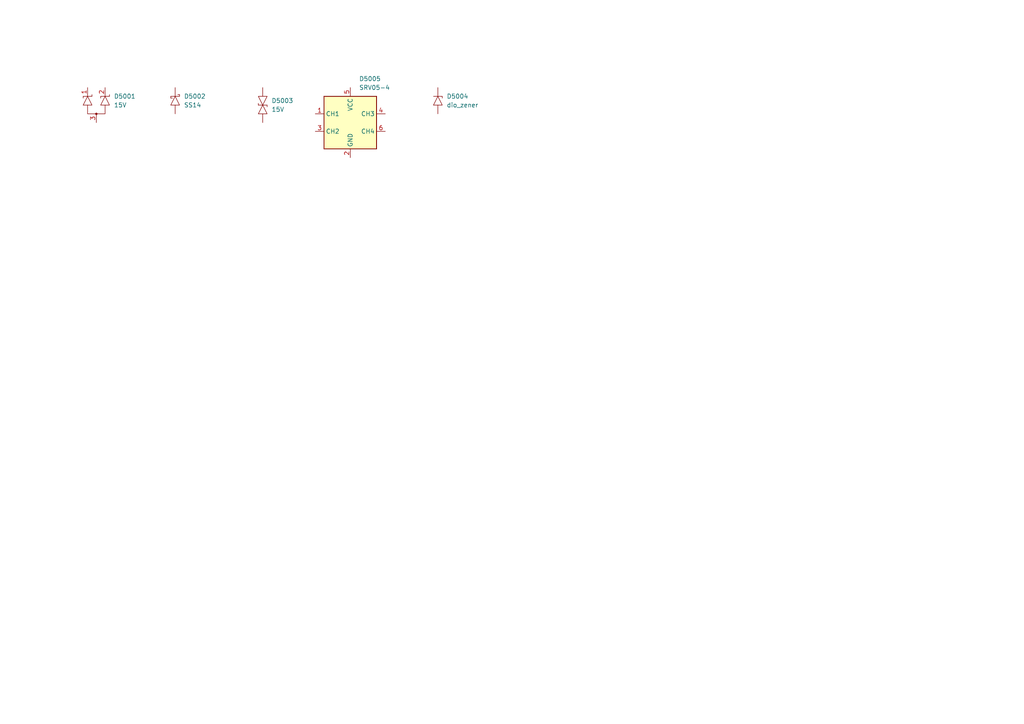
<source format=kicad_sch>
(kicad_sch
	(version 20231120)
	(generator "eeschema")
	(generator_version "8.0")
	(uuid "3806779b-ca21-405a-a154-62d06ea919f0")
	(paper "A4")
	(title_block
		(title "Lily KiCad Library test")
		(date "2024-05-03")
		(rev "1")
		(company "LilyTronics")
	)
	(lib_symbols
		(symbol "lily_symbols:dio_schottky_SS14_do214ac_sma"
			(pin_numbers hide)
			(pin_names hide)
			(exclude_from_sim no)
			(in_bom yes)
			(on_board yes)
			(property "Reference" "D"
				(at 2.54 -2.54 0)
				(effects
					(font
						(size 1.27 1.27)
					)
					(justify left)
				)
			)
			(property "Value" "SS14"
				(at 2.54 -5.08 0)
				(effects
					(font
						(size 1.27 1.27)
					)
					(justify left)
				)
			)
			(property "Footprint" "lily_footprints:dio_do214ac_sma"
				(at 0 -20.32 0)
				(effects
					(font
						(size 1.27 1.27)
					)
					(hide yes)
				)
			)
			(property "Datasheet" ""
				(at 0 -7.62 90)
				(effects
					(font
						(size 1.27 1.27)
					)
					(hide yes)
				)
			)
			(property "Description" ""
				(at 0 0 0)
				(effects
					(font
						(size 1.27 1.27)
					)
					(hide yes)
				)
			)
			(property "Revision" "1"
				(at 0 -15.24 0)
				(effects
					(font
						(size 1.27 1.27)
					)
					(hide yes)
				)
			)
			(property "Status" "Active"
				(at 0 -17.78 0)
				(effects
					(font
						(size 1.27 1.27)
					)
					(hide yes)
				)
			)
			(property "Manufacturer" "Microdiode Electronics"
				(at 0 -22.86 0)
				(effects
					(font
						(size 1.27 1.27)
					)
					(hide yes)
				)
			)
			(property "Manufacturer_ID" "SS14"
				(at 0 -25.4 0)
				(effects
					(font
						(size 1.27 1.27)
					)
					(hide yes)
				)
			)
			(property "Lily_ID" "1911-10002"
				(at 0 -27.94 0)
				(effects
					(font
						(size 1.27 1.27)
					)
					(hide yes)
				)
			)
			(property "JLCPCB_ID" "C2480"
				(at 0 -30.48 0)
				(effects
					(font
						(size 1.27 1.27)
					)
					(hide yes)
				)
			)
			(property "JLCPCB_STATUS" "Basic"
				(at 0 -33.02 0)
				(effects
					(font
						(size 1.27 1.27)
					)
					(hide yes)
				)
			)
			(symbol "dio_schottky_SS14_do214ac_sma_0_1"
				(polyline
					(pts
						(xy -1.27 -3.048) (xy -0.762 -3.048)
					)
					(stroke
						(width 0)
						(type default)
					)
					(fill
						(type none)
					)
				)
				(polyline
					(pts
						(xy -1.27 -2.54) (xy -1.27 -3.048)
					)
					(stroke
						(width 0)
						(type default)
					)
					(fill
						(type none)
					)
				)
				(polyline
					(pts
						(xy -1.27 -2.54) (xy 1.27 -2.54)
					)
					(stroke
						(width 0)
						(type default)
					)
					(fill
						(type none)
					)
				)
				(polyline
					(pts
						(xy 1.27 -2.54) (xy 1.27 -2.032)
					)
					(stroke
						(width 0)
						(type default)
					)
					(fill
						(type none)
					)
				)
				(polyline
					(pts
						(xy 1.27 -2.032) (xy 0.762 -2.032)
					)
					(stroke
						(width 0)
						(type default)
					)
					(fill
						(type none)
					)
				)
				(polyline
					(pts
						(xy -1.27 -5.08) (xy 1.27 -5.08) (xy 0 -2.54) (xy -1.27 -5.08)
					)
					(stroke
						(width 0)
						(type default)
					)
					(fill
						(type none)
					)
				)
			)
			(symbol "dio_schottky_SS14_do214ac_sma_1_1"
				(pin passive line
					(at 0 0 270)
					(length 2.54)
					(name ""
						(effects
							(font
								(size 1.27 1.27)
							)
						)
					)
					(number "1"
						(effects
							(font
								(size 1.27 1.27)
							)
						)
					)
				)
				(pin passive line
					(at 0 -7.62 90)
					(length 2.54)
					(name ""
						(effects
							(font
								(size 1.27 1.27)
							)
						)
					)
					(number "2"
						(effects
							(font
								(size 1.27 1.27)
							)
						)
					)
				)
			)
		)
		(symbol "lily_symbols:dio_tvs_bidi_15V_smb"
			(pin_numbers hide)
			(pin_names hide)
			(exclude_from_sim no)
			(in_bom yes)
			(on_board yes)
			(property "Reference" "D"
				(at 2.54 -3.81 0)
				(effects
					(font
						(size 1.27 1.27)
					)
					(justify left)
				)
			)
			(property "Value" "15V"
				(at 2.54 -6.35 0)
				(effects
					(font
						(size 1.27 1.27)
					)
					(justify left)
				)
			)
			(property "Footprint" "lily_footprints:dio_do214aa_smb"
				(at 0 -22.86 0)
				(effects
					(font
						(size 1.27 1.27)
					)
					(hide yes)
				)
			)
			(property "Datasheet" ""
				(at 0 -10.16 90)
				(effects
					(font
						(size 1.27 1.27)
					)
					(hide yes)
				)
			)
			(property "Description" ""
				(at 0 0 0)
				(effects
					(font
						(size 1.27 1.27)
					)
					(hide yes)
				)
			)
			(property "Revision" "1"
				(at 0 -17.78 0)
				(effects
					(font
						(size 1.27 1.27)
					)
					(hide yes)
				)
			)
			(property "Status" "Active"
				(at 0 -20.32 0)
				(effects
					(font
						(size 1.27 1.27)
					)
					(hide yes)
				)
			)
			(property "Manufacturer" "Hongjiacheng"
				(at 0 -25.4 0)
				(effects
					(font
						(size 1.27 1.27)
					)
					(hide yes)
				)
			)
			(property "Manufacturer_ID" "SMBJ15CA"
				(at 0 -27.94 0)
				(effects
					(font
						(size 1.27 1.27)
					)
					(hide yes)
				)
			)
			(property "Lily_ID" "1911-10004"
				(at 0 -30.48 0)
				(effects
					(font
						(size 1.27 1.27)
					)
					(hide yes)
				)
			)
			(property "JLCPCB_ID" "C19077570"
				(at 0 -33.02 0)
				(effects
					(font
						(size 1.27 1.27)
					)
					(hide yes)
				)
			)
			(property "JLCPCB_STATUS" "Extended preferred"
				(at 0 -35.56 0)
				(effects
					(font
						(size 1.27 1.27)
					)
					(hide yes)
				)
			)
			(symbol "dio_tvs_bidi_15V_smb_0_1"
				(polyline
					(pts
						(xy -1.27 -5.08) (xy 1.27 -5.08)
					)
					(stroke
						(width 0)
						(type default)
					)
					(fill
						(type none)
					)
				)
				(polyline
					(pts
						(xy -1.27 -5.08) (xy -1.27 -4.572) (xy -1.27 -5.08)
					)
					(stroke
						(width 0)
						(type default)
					)
					(fill
						(type none)
					)
				)
				(polyline
					(pts
						(xy 1.27 -5.08) (xy 1.27 -5.588) (xy 1.27 -5.08)
					)
					(stroke
						(width 0)
						(type default)
					)
					(fill
						(type none)
					)
				)
				(polyline
					(pts
						(xy -1.27 -7.62) (xy 1.27 -7.62) (xy 0 -5.08) (xy -1.27 -7.62)
					)
					(stroke
						(width 0)
						(type default)
					)
					(fill
						(type none)
					)
				)
				(polyline
					(pts
						(xy 1.27 -2.54) (xy -1.27 -2.54) (xy 0 -5.08) (xy 1.27 -2.54)
					)
					(stroke
						(width 0)
						(type default)
					)
					(fill
						(type none)
					)
				)
			)
			(symbol "dio_tvs_bidi_15V_smb_1_1"
				(pin passive line
					(at 0 0 270)
					(length 2.54)
					(name ""
						(effects
							(font
								(size 1.27 1.27)
							)
						)
					)
					(number "1"
						(effects
							(font
								(size 1.27 1.27)
							)
						)
					)
				)
				(pin passive line
					(at 0 -10.16 90)
					(length 2.54)
					(name ""
						(effects
							(font
								(size 1.27 1.27)
							)
						)
					)
					(number "2"
						(effects
							(font
								(size 1.27 1.27)
							)
						)
					)
				)
			)
		)
		(symbol "lily_symbols:dio_tvs_uni_2_channel_15V_sot23"
			(pin_names hide)
			(exclude_from_sim no)
			(in_bom yes)
			(on_board yes)
			(property "Reference" "D"
				(at 7.62 -2.54 0)
				(effects
					(font
						(size 1.27 1.27)
					)
					(justify left)
				)
			)
			(property "Value" "15V"
				(at 7.62 -5.08 0)
				(effects
					(font
						(size 1.27 1.27)
					)
					(justify left)
				)
			)
			(property "Footprint" "lily_footprints:sot23"
				(at 2.54 -22.86 0)
				(effects
					(font
						(size 1.27 1.27)
					)
					(hide yes)
				)
			)
			(property "Datasheet" ""
				(at 0 -7.62 90)
				(effects
					(font
						(size 1.27 1.27)
					)
					(hide yes)
				)
			)
			(property "Description" ""
				(at 0 0 0)
				(effects
					(font
						(size 1.27 1.27)
					)
					(hide yes)
				)
			)
			(property "Revision" "1"
				(at 2.54 -17.78 0)
				(effects
					(font
						(size 1.27 1.27)
					)
					(hide yes)
				)
			)
			(property "Status" "Active"
				(at 2.54 -20.32 0)
				(effects
					(font
						(size 1.27 1.27)
					)
					(hide yes)
				)
			)
			(property "Manufacturer" "ElecSuper"
				(at 2.54 -25.4 0)
				(effects
					(font
						(size 1.27 1.27)
					)
					(hide yes)
				)
			)
			(property "Manufacturer_ID" "PSOT12C-ES "
				(at 2.54 -27.94 0)
				(effects
					(font
						(size 1.27 1.27)
					)
					(hide yes)
				)
			)
			(property "Lily_ID" "1911-10003"
				(at 2.54 -30.48 0)
				(effects
					(font
						(size 1.27 1.27)
					)
					(hide yes)
				)
			)
			(property "JLCPCB_ID" "C5180271"
				(at 2.54 -33.02 0)
				(effects
					(font
						(size 1.27 1.27)
					)
					(hide yes)
				)
			)
			(property "JLCPCB_STATUS" "Extended"
				(at 2.54 -35.56 0)
				(effects
					(font
						(size 1.27 1.27)
					)
					(hide yes)
				)
			)
			(symbol "dio_tvs_uni_2_channel_15V_sot23_0_1"
				(polyline
					(pts
						(xy -1.27 -2.54) (xy -1.27 -3.048)
					)
					(stroke
						(width 0)
						(type default)
					)
					(fill
						(type none)
					)
				)
				(polyline
					(pts
						(xy -1.27 -2.54) (xy 1.27 -2.54)
					)
					(stroke
						(width 0)
						(type default)
					)
					(fill
						(type none)
					)
				)
				(polyline
					(pts
						(xy 1.27 -2.54) (xy 1.27 -2.032)
					)
					(stroke
						(width 0)
						(type default)
					)
					(fill
						(type none)
					)
				)
				(polyline
					(pts
						(xy 3.81 -2.54) (xy 3.81 -3.048)
					)
					(stroke
						(width 0)
						(type default)
					)
					(fill
						(type none)
					)
				)
				(polyline
					(pts
						(xy 3.81 -2.54) (xy 6.35 -2.54)
					)
					(stroke
						(width 0)
						(type default)
					)
					(fill
						(type none)
					)
				)
				(polyline
					(pts
						(xy 6.35 -2.54) (xy 6.35 -2.032)
					)
					(stroke
						(width 0)
						(type default)
					)
					(fill
						(type none)
					)
				)
				(polyline
					(pts
						(xy -1.27 -5.08) (xy 1.27 -5.08) (xy 0 -2.54) (xy -1.27 -5.08)
					)
					(stroke
						(width 0)
						(type default)
					)
					(fill
						(type none)
					)
				)
				(polyline
					(pts
						(xy 0 -5.08) (xy 0 -7.62) (xy 5.08 -7.62) (xy 5.08 -5.08)
					)
					(stroke
						(width 0)
						(type default)
					)
					(fill
						(type none)
					)
				)
				(polyline
					(pts
						(xy 3.81 -5.08) (xy 6.35 -5.08) (xy 5.08 -2.54) (xy 3.81 -5.08)
					)
					(stroke
						(width 0)
						(type default)
					)
					(fill
						(type none)
					)
				)
			)
			(symbol "dio_tvs_uni_2_channel_15V_sot23_1_1"
				(circle
					(center 2.54 -7.62)
					(radius 0.254)
					(stroke
						(width 0)
						(type default)
					)
					(fill
						(type outline)
					)
				)
				(pin passive line
					(at 0 0 270)
					(length 2.54)
					(name ""
						(effects
							(font
								(size 1.27 1.27)
							)
						)
					)
					(number "1"
						(effects
							(font
								(size 1.27 1.27)
							)
						)
					)
				)
				(pin passive line
					(at 5.08 0 270)
					(length 2.54)
					(name ""
						(effects
							(font
								(size 1.27 1.27)
							)
						)
					)
					(number "2"
						(effects
							(font
								(size 1.27 1.27)
							)
						)
					)
				)
				(pin passive line
					(at 2.54 -10.16 90)
					(length 2.54)
					(name ""
						(effects
							(font
								(size 1.27 1.27)
							)
						)
					)
					(number "3"
						(effects
							(font
								(size 1.27 1.27)
							)
						)
					)
				)
			)
		)
		(symbol "lily_symbols:dio_tvs_uni_4_channel_5V_SRV05-4_sot23-6"
			(exclude_from_sim no)
			(in_bom yes)
			(on_board yes)
			(property "Reference" "D"
				(at 12.7 10.16 0)
				(effects
					(font
						(size 1.27 1.27)
					)
					(justify left)
				)
			)
			(property "Value" "SRV05-4"
				(at 12.7 7.62 0)
				(effects
					(font
						(size 1.27 1.27)
					)
					(justify left)
				)
			)
			(property "Footprint" "lily_footprints:sot23-6_sc74"
				(at 10.16 -30.48 0)
				(effects
					(font
						(size 1.27 1.27)
					)
					(hide yes)
				)
			)
			(property "Datasheet" ""
				(at -15.24 15.24 0)
				(effects
					(font
						(size 1.27 1.27)
					)
					(hide yes)
				)
			)
			(property "Description" ""
				(at 0 0 0)
				(effects
					(font
						(size 1.27 1.27)
					)
					(hide yes)
				)
			)
			(property "Revision" "1"
				(at 10.16 -25.4 0)
				(effects
					(font
						(size 1.27 1.27)
					)
					(hide yes)
				)
			)
			(property "Status" "Active"
				(at 10.16 -27.94 0)
				(effects
					(font
						(size 1.27 1.27)
					)
					(hide yes)
				)
			)
			(property "Manufacturer" "ProTek Devices"
				(at 10.16 -33.02 0)
				(effects
					(font
						(size 1.27 1.27)
					)
					(hide yes)
				)
			)
			(property "Manufacturer_ID" "SRV05-4-P-T7"
				(at 10.16 -35.56 0)
				(effects
					(font
						(size 1.27 1.27)
					)
					(hide yes)
				)
			)
			(property "Lily_ID" "1911-10006"
				(at 10.16 -38.1 0)
				(effects
					(font
						(size 1.27 1.27)
					)
					(hide yes)
				)
			)
			(property "JLCPCB_ID" "C85364"
				(at 10.16 -40.64 0)
				(effects
					(font
						(size 1.27 1.27)
					)
					(hide yes)
				)
			)
			(property "JLCPCB_STATUS" "Extended Preferred"
				(at 10.16 -43.18 0)
				(effects
					(font
						(size 1.27 1.27)
					)
					(hide yes)
				)
			)
			(symbol "dio_tvs_uni_4_channel_5V_SRV05-4_sot23-6_0_1"
				(rectangle
					(start 2.54 5.08)
					(end 17.78 -10.16)
					(stroke
						(width 0.254)
						(type default)
					)
					(fill
						(type background)
					)
				)
			)
			(symbol "dio_tvs_uni_4_channel_5V_SRV05-4_sot23-6_1_1"
				(pin passive line
					(at 0 0 0)
					(length 2.54)
					(name "CH1"
						(effects
							(font
								(size 1.27 1.27)
							)
						)
					)
					(number "1"
						(effects
							(font
								(size 1.27 1.27)
							)
						)
					)
				)
				(pin power_in line
					(at 10.16 -12.7 90)
					(length 2.54)
					(name "GND"
						(effects
							(font
								(size 1.27 1.27)
							)
						)
					)
					(number "2"
						(effects
							(font
								(size 1.27 1.27)
							)
						)
					)
				)
				(pin passive line
					(at 0 -5.08 0)
					(length 2.54)
					(name "CH2"
						(effects
							(font
								(size 1.27 1.27)
							)
						)
					)
					(number "3"
						(effects
							(font
								(size 1.27 1.27)
							)
						)
					)
				)
				(pin passive line
					(at 20.32 0 180)
					(length 2.54)
					(name "CH3"
						(effects
							(font
								(size 1.27 1.27)
							)
						)
					)
					(number "4"
						(effects
							(font
								(size 1.27 1.27)
							)
						)
					)
				)
				(pin power_in line
					(at 10.16 7.62 270)
					(length 2.54)
					(name "VCC"
						(effects
							(font
								(size 1.27 1.27)
							)
						)
					)
					(number "5"
						(effects
							(font
								(size 1.27 1.27)
							)
						)
					)
				)
				(pin passive line
					(at 20.32 -5.08 180)
					(length 2.54)
					(name "CH4"
						(effects
							(font
								(size 1.27 1.27)
							)
						)
					)
					(number "6"
						(effects
							(font
								(size 1.27 1.27)
							)
						)
					)
				)
			)
		)
		(symbol "lily_symbols:dio_zener_4V7_200mW_SOD323"
			(pin_numbers hide)
			(pin_names hide)
			(exclude_from_sim no)
			(in_bom yes)
			(on_board yes)
			(property "Reference" "D"
				(at 2.54 -2.54 0)
				(effects
					(font
						(size 1.27 1.27)
					)
					(justify left)
				)
			)
			(property "Value" "dio_zener"
				(at 2.54 -5.08 0)
				(effects
					(font
						(size 1.27 1.27)
					)
					(justify left)
				)
			)
			(property "Footprint" "lily_footprints:dio_sod323"
				(at 0 -20.32 0)
				(effects
					(font
						(size 1.27 1.27)
					)
					(hide yes)
				)
			)
			(property "Datasheet" ""
				(at 0 -7.62 90)
				(effects
					(font
						(size 1.27 1.27)
					)
					(hide yes)
				)
			)
			(property "Description" ""
				(at 0 0 0)
				(effects
					(font
						(size 1.27 1.27)
					)
					(hide yes)
				)
			)
			(property "Revision" "1"
				(at 0 -15.24 0)
				(effects
					(font
						(size 1.27 1.27)
					)
					(hide yes)
				)
			)
			(property "Status" "Active"
				(at 0 -17.78 0)
				(effects
					(font
						(size 1.27 1.27)
					)
					(hide yes)
				)
			)
			(property "Manufacturer" "Guangdong Hottech"
				(at 0 -22.86 0)
				(effects
					(font
						(size 1.27 1.27)
					)
					(hide yes)
				)
			)
			(property "Manufacturer_ID" "BZT52C4V7S"
				(at 0 -25.4 0)
				(effects
					(font
						(size 1.27 1.27)
					)
					(hide yes)
				)
			)
			(property "Lily_ID" "1911-10005"
				(at 0.635 -27.94 0)
				(effects
					(font
						(size 1.27 1.27)
					)
					(hide yes)
				)
			)
			(property "JLCPCB_ID" "C5190168"
				(at 0 -30.48 0)
				(effects
					(font
						(size 1.27 1.27)
					)
					(hide yes)
				)
			)
			(property "JLCPCB_STATUS" "Extended"
				(at 0 -33.02 0)
				(effects
					(font
						(size 1.27 1.27)
					)
					(hide yes)
				)
			)
			(symbol "dio_zener_4V7_200mW_SOD323_0_1"
				(polyline
					(pts
						(xy -1.27 -2.54) (xy 1.27 -2.54)
					)
					(stroke
						(width 0)
						(type default)
					)
					(fill
						(type none)
					)
				)
				(polyline
					(pts
						(xy 1.27 -2.54) (xy 1.27 -3.048) (xy 1.27 -2.54)
					)
					(stroke
						(width 0)
						(type default)
					)
					(fill
						(type none)
					)
				)
				(polyline
					(pts
						(xy -1.27 -5.08) (xy 1.27 -5.08) (xy 0 -2.54) (xy -1.27 -5.08)
					)
					(stroke
						(width 0)
						(type default)
					)
					(fill
						(type none)
					)
				)
			)
			(symbol "dio_zener_4V7_200mW_SOD323_1_1"
				(pin passive line
					(at 0 0 270)
					(length 2.54)
					(name ""
						(effects
							(font
								(size 1.27 1.27)
							)
						)
					)
					(number "1"
						(effects
							(font
								(size 1.27 1.27)
							)
						)
					)
				)
				(pin passive line
					(at 0 -7.62 90)
					(length 2.54)
					(name ""
						(effects
							(font
								(size 1.27 1.27)
							)
						)
					)
					(number "2"
						(effects
							(font
								(size 1.27 1.27)
							)
						)
					)
				)
			)
		)
	)
	(symbol
		(lib_id "lily_symbols:dio_tvs_uni_4_channel_5V_SRV05-4_sot23-6")
		(at 91.44 33.02 0)
		(unit 1)
		(exclude_from_sim no)
		(in_bom yes)
		(on_board yes)
		(dnp no)
		(uuid "1a996b90-be19-45a3-a095-ead1a4c490e9")
		(property "Reference" "D5005"
			(at 104.14 22.86 0)
			(effects
				(font
					(size 1.27 1.27)
				)
				(justify left)
			)
		)
		(property "Value" "SRV05-4"
			(at 104.14 25.4 0)
			(effects
				(font
					(size 1.27 1.27)
				)
				(justify left)
			)
		)
		(property "Footprint" "lily_footprints:sot23-6_sc74"
			(at 101.6 63.5 0)
			(effects
				(font
					(size 1.27 1.27)
				)
				(hide yes)
			)
		)
		(property "Datasheet" ""
			(at 76.2 17.78 0)
			(effects
				(font
					(size 1.27 1.27)
				)
				(hide yes)
			)
		)
		(property "Description" ""
			(at 91.44 33.02 0)
			(effects
				(font
					(size 1.27 1.27)
				)
				(hide yes)
			)
		)
		(property "Revision" "1"
			(at 101.6 58.42 0)
			(effects
				(font
					(size 1.27 1.27)
				)
				(hide yes)
			)
		)
		(property "Status" "Active"
			(at 101.6 60.96 0)
			(effects
				(font
					(size 1.27 1.27)
				)
				(hide yes)
			)
		)
		(property "Manufacturer" "ProTek Devices"
			(at 101.6 66.04 0)
			(effects
				(font
					(size 1.27 1.27)
				)
				(hide yes)
			)
		)
		(property "Manufacturer_ID" "SRV05-4-P-T7"
			(at 101.6 68.58 0)
			(effects
				(font
					(size 1.27 1.27)
				)
				(hide yes)
			)
		)
		(property "Lily_ID" "1911-10006"
			(at 101.6 71.12 0)
			(effects
				(font
					(size 1.27 1.27)
				)
				(hide yes)
			)
		)
		(property "JLCPCB_ID" "C85364"
			(at 101.6 73.66 0)
			(effects
				(font
					(size 1.27 1.27)
				)
				(hide yes)
			)
		)
		(property "JLCPCB_STATUS" "Extended Preferred"
			(at 101.6 76.2 0)
			(effects
				(font
					(size 1.27 1.27)
				)
				(hide yes)
			)
		)
		(pin "4"
			(uuid "8069d2e0-1848-46d1-a909-f5cfdc710d1c")
		)
		(pin "1"
			(uuid "d2270a3b-9ff5-4d8f-bfa5-bbfd9623645e")
		)
		(pin "5"
			(uuid "13c451ee-c881-4269-8bfb-d32d62a786a1")
		)
		(pin "6"
			(uuid "eb3702ac-5f31-46e3-9f6d-4042e405d46a")
		)
		(pin "2"
			(uuid "8ace927e-da5a-4664-aa54-d80588ea4a0d")
		)
		(pin "3"
			(uuid "a6692902-5e23-4ab5-a8cb-f6bb66a01110")
		)
		(instances
			(project "kicad_lib_test"
				(path "/032b8f2d-5c08-4381-9e3a-c197ca84e3c5/f8e61c5d-b401-4177-96aa-be2ecb8375a7"
					(reference "D5005")
					(unit 1)
				)
			)
		)
	)
	(symbol
		(lib_id "lily_symbols:dio_zener_4V7_200mW_SOD323")
		(at 127 25.4 0)
		(unit 1)
		(exclude_from_sim no)
		(in_bom yes)
		(on_board yes)
		(dnp no)
		(uuid "692a9f8b-a194-4e83-bee8-2feab6d9cd91")
		(property "Reference" "D5004"
			(at 129.54 27.94 0)
			(effects
				(font
					(size 1.27 1.27)
				)
				(justify left)
			)
		)
		(property "Value" "dio_zener"
			(at 129.54 30.48 0)
			(effects
				(font
					(size 1.27 1.27)
				)
				(justify left)
			)
		)
		(property "Footprint" "lily_footprints:dio_sod323"
			(at 127 45.72 0)
			(effects
				(font
					(size 1.27 1.27)
				)
				(hide yes)
			)
		)
		(property "Datasheet" ""
			(at 127 33.02 90)
			(effects
				(font
					(size 1.27 1.27)
				)
				(hide yes)
			)
		)
		(property "Description" ""
			(at 127 25.4 0)
			(effects
				(font
					(size 1.27 1.27)
				)
				(hide yes)
			)
		)
		(property "Revision" "1"
			(at 127 40.64 0)
			(effects
				(font
					(size 1.27 1.27)
				)
				(hide yes)
			)
		)
		(property "Status" "Active"
			(at 127 43.18 0)
			(effects
				(font
					(size 1.27 1.27)
				)
				(hide yes)
			)
		)
		(property "Manufacturer" "Guangdong Hottech"
			(at 127 48.26 0)
			(effects
				(font
					(size 1.27 1.27)
				)
				(hide yes)
			)
		)
		(property "Manufacturer_ID" "BZT52C4V7S"
			(at 127 50.8 0)
			(effects
				(font
					(size 1.27 1.27)
				)
				(hide yes)
			)
		)
		(property "Lily_ID" "1911-10005"
			(at 127.635 53.34 0)
			(effects
				(font
					(size 1.27 1.27)
				)
				(hide yes)
			)
		)
		(property "JLCPCB_ID" "C5190168"
			(at 127 55.88 0)
			(effects
				(font
					(size 1.27 1.27)
				)
				(hide yes)
			)
		)
		(property "JLCPCB_STATUS" "Extended"
			(at 127 58.42 0)
			(effects
				(font
					(size 1.27 1.27)
				)
				(hide yes)
			)
		)
		(pin "1"
			(uuid "8064b537-2e8e-4e01-97b5-09a7e8fc2304")
		)
		(pin "2"
			(uuid "51d89018-d4d4-437e-9e8e-487a4fc9dcde")
		)
		(instances
			(project "kicad_lib_test"
				(path "/032b8f2d-5c08-4381-9e3a-c197ca84e3c5/f8e61c5d-b401-4177-96aa-be2ecb8375a7"
					(reference "D5004")
					(unit 1)
				)
			)
		)
	)
	(symbol
		(lib_id "lily_symbols:dio_schottky_SS14_do214ac_sma")
		(at 50.8 25.4 0)
		(unit 1)
		(exclude_from_sim no)
		(in_bom yes)
		(on_board yes)
		(dnp no)
		(uuid "9b8fc85a-44e5-4323-a716-0dffb0780730")
		(property "Reference" "D5002"
			(at 53.34 27.94 0)
			(effects
				(font
					(size 1.27 1.27)
				)
				(justify left)
			)
		)
		(property "Value" "SS14"
			(at 53.34 30.48 0)
			(effects
				(font
					(size 1.27 1.27)
				)
				(justify left)
			)
		)
		(property "Footprint" "lily_footprints:dio_do214ac_sma"
			(at 50.8 45.72 0)
			(effects
				(font
					(size 1.27 1.27)
				)
				(hide yes)
			)
		)
		(property "Datasheet" ""
			(at 50.8 33.02 90)
			(effects
				(font
					(size 1.27 1.27)
				)
				(hide yes)
			)
		)
		(property "Description" ""
			(at 50.8 25.4 0)
			(effects
				(font
					(size 1.27 1.27)
				)
				(hide yes)
			)
		)
		(property "Revision" "1"
			(at 50.8 40.64 0)
			(effects
				(font
					(size 1.27 1.27)
				)
				(hide yes)
			)
		)
		(property "Status" "Active"
			(at 50.8 43.18 0)
			(effects
				(font
					(size 1.27 1.27)
				)
				(hide yes)
			)
		)
		(property "Manufacturer" "Microdiode Electronics"
			(at 50.8 48.26 0)
			(effects
				(font
					(size 1.27 1.27)
				)
				(hide yes)
			)
		)
		(property "Manufacturer_ID" "SS14"
			(at 50.8 50.8 0)
			(effects
				(font
					(size 1.27 1.27)
				)
				(hide yes)
			)
		)
		(property "Lily_ID" "1911-10002"
			(at 50.8 53.34 0)
			(effects
				(font
					(size 1.27 1.27)
				)
				(hide yes)
			)
		)
		(property "JLCPCB_ID" "C2480"
			(at 50.8 55.88 0)
			(effects
				(font
					(size 1.27 1.27)
				)
				(hide yes)
			)
		)
		(property "JLCPCB_STATUS" "Basic"
			(at 50.8 58.42 0)
			(effects
				(font
					(size 1.27 1.27)
				)
				(hide yes)
			)
		)
		(pin "2"
			(uuid "e1b50102-6a41-4fb0-89ef-2d1bfe5aaf0c")
		)
		(pin "1"
			(uuid "83d714ca-4fb0-4afc-a3ca-2ad271b762ca")
		)
		(instances
			(project "kicad_lib_test"
				(path "/032b8f2d-5c08-4381-9e3a-c197ca84e3c5/f8e61c5d-b401-4177-96aa-be2ecb8375a7"
					(reference "D5002")
					(unit 1)
				)
			)
		)
	)
	(symbol
		(lib_id "lily_symbols:dio_tvs_uni_2_channel_15V_sot23")
		(at 25.4 25.4 0)
		(unit 1)
		(exclude_from_sim no)
		(in_bom yes)
		(on_board yes)
		(dnp no)
		(uuid "a4e2f523-26a9-4d2c-a21e-2835609ff522")
		(property "Reference" "D5001"
			(at 33.02 27.94 0)
			(effects
				(font
					(size 1.27 1.27)
				)
				(justify left)
			)
		)
		(property "Value" "15V"
			(at 33.02 30.48 0)
			(effects
				(font
					(size 1.27 1.27)
				)
				(justify left)
			)
		)
		(property "Footprint" "lily_footprints:sot23"
			(at 27.94 48.26 0)
			(effects
				(font
					(size 1.27 1.27)
				)
				(hide yes)
			)
		)
		(property "Datasheet" ""
			(at 25.4 33.02 90)
			(effects
				(font
					(size 1.27 1.27)
				)
				(hide yes)
			)
		)
		(property "Description" ""
			(at 25.4 25.4 0)
			(effects
				(font
					(size 1.27 1.27)
				)
				(hide yes)
			)
		)
		(property "Revision" "1"
			(at 27.94 43.18 0)
			(effects
				(font
					(size 1.27 1.27)
				)
				(hide yes)
			)
		)
		(property "Status" "Active"
			(at 27.94 45.72 0)
			(effects
				(font
					(size 1.27 1.27)
				)
				(hide yes)
			)
		)
		(property "Manufacturer" "ElecSuper"
			(at 27.94 50.8 0)
			(effects
				(font
					(size 1.27 1.27)
				)
				(hide yes)
			)
		)
		(property "Manufacturer_ID" "PSOT12C-ES "
			(at 27.94 53.34 0)
			(effects
				(font
					(size 1.27 1.27)
				)
				(hide yes)
			)
		)
		(property "Lily_ID" "1911-10003"
			(at 27.94 55.88 0)
			(effects
				(font
					(size 1.27 1.27)
				)
				(hide yes)
			)
		)
		(property "JLCPCB_ID" "C5180271"
			(at 27.94 58.42 0)
			(effects
				(font
					(size 1.27 1.27)
				)
				(hide yes)
			)
		)
		(property "JLCPCB_STATUS" "Extended"
			(at 27.94 60.96 0)
			(effects
				(font
					(size 1.27 1.27)
				)
				(hide yes)
			)
		)
		(pin "3"
			(uuid "ba51426b-990d-438a-b7bb-ed9815e37181")
		)
		(pin "2"
			(uuid "2119f21a-5981-44f0-ad9d-4c1e2a4b22fc")
		)
		(pin "1"
			(uuid "a1de27ab-5e7a-4cb1-a82f-bda772a4ee73")
		)
		(instances
			(project "kicad_lib_test"
				(path "/032b8f2d-5c08-4381-9e3a-c197ca84e3c5/f8e61c5d-b401-4177-96aa-be2ecb8375a7"
					(reference "D5001")
					(unit 1)
				)
			)
		)
	)
	(symbol
		(lib_id "lily_symbols:dio_tvs_bidi_15V_smb")
		(at 76.2 25.4 0)
		(unit 1)
		(exclude_from_sim no)
		(in_bom yes)
		(on_board yes)
		(dnp no)
		(uuid "be69e5af-1510-4ff3-9910-36e426c5bbcb")
		(property "Reference" "D5003"
			(at 78.74 29.21 0)
			(effects
				(font
					(size 1.27 1.27)
				)
				(justify left)
			)
		)
		(property "Value" "15V"
			(at 78.74 31.75 0)
			(effects
				(font
					(size 1.27 1.27)
				)
				(justify left)
			)
		)
		(property "Footprint" "lily_footprints:dio_do214aa_smb"
			(at 76.2 48.26 0)
			(effects
				(font
					(size 1.27 1.27)
				)
				(hide yes)
			)
		)
		(property "Datasheet" ""
			(at 76.2 35.56 90)
			(effects
				(font
					(size 1.27 1.27)
				)
				(hide yes)
			)
		)
		(property "Description" ""
			(at 76.2 25.4 0)
			(effects
				(font
					(size 1.27 1.27)
				)
				(hide yes)
			)
		)
		(property "Revision" "1"
			(at 76.2 43.18 0)
			(effects
				(font
					(size 1.27 1.27)
				)
				(hide yes)
			)
		)
		(property "Status" "Active"
			(at 76.2 45.72 0)
			(effects
				(font
					(size 1.27 1.27)
				)
				(hide yes)
			)
		)
		(property "Manufacturer" "Hongjiacheng"
			(at 76.2 50.8 0)
			(effects
				(font
					(size 1.27 1.27)
				)
				(hide yes)
			)
		)
		(property "Manufacturer_ID" "SMBJ15CA"
			(at 76.2 53.34 0)
			(effects
				(font
					(size 1.27 1.27)
				)
				(hide yes)
			)
		)
		(property "Lily_ID" "1911-10004"
			(at 76.2 55.88 0)
			(effects
				(font
					(size 1.27 1.27)
				)
				(hide yes)
			)
		)
		(property "JLCPCB_ID" "C19077570"
			(at 76.2 58.42 0)
			(effects
				(font
					(size 1.27 1.27)
				)
				(hide yes)
			)
		)
		(property "JLCPCB_STATUS" "Extended preferred"
			(at 76.2 60.96 0)
			(effects
				(font
					(size 1.27 1.27)
				)
				(hide yes)
			)
		)
		(pin "1"
			(uuid "9a767daa-a016-4a3f-9cbf-759dec6e6744")
		)
		(pin "2"
			(uuid "ba72be3a-f2fc-4117-a043-eca5e0b8a788")
		)
		(instances
			(project "kicad_lib_test"
				(path "/032b8f2d-5c08-4381-9e3a-c197ca84e3c5/f8e61c5d-b401-4177-96aa-be2ecb8375a7"
					(reference "D5003")
					(unit 1)
				)
			)
		)
	)
)
</source>
